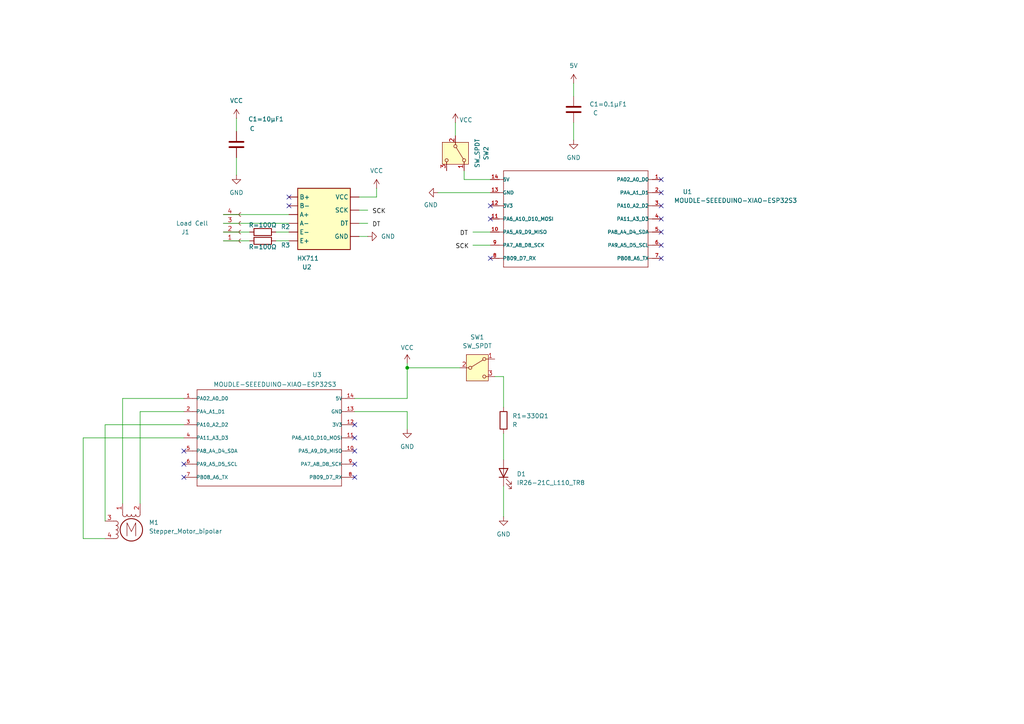
<source format=kicad_sch>
(kicad_sch (version 20231120) (generator "eeschema") (generator_version "8.0")
  (paper "A4")
  (title_block (title "Sensor PCB") (date "2025-01-25") (rev "v1.0") (company "Hannah Xiao"))
  (lib_symbols
    (symbol "Connector:Conn_01x04_Socket" (pin_names (offset 1.016) hide)
      (property "Reference" "J" (at 0 5.08 0))
      (property "Value" "Conn_01x04_Socket" (at 0 -7.62 0))
      (symbol "Conn_01x04_Socket_1_1"
        (arc (start 0 -4.572) (mid -0.5058 -5.08) (end 0 -5.588) (stroke (width 0.1524)))
        (arc (start 0 -2.032) (mid -0.5058 -2.54) (end 0 -3.048) (stroke (width 0.1524)))
        (polyline (pts (xy -1.27 -5.08) (xy -0.508 -5.08)) (stroke (width 0.1524)))
        (polyline (pts (xy -1.27 -2.54) (xy -0.508 -2.54)) (stroke (width 0.1524)))
        (polyline (pts (xy -1.27 0) (xy -0.508 0)) (stroke (width 0.1524)))
        (polyline (pts (xy -1.27 2.54) (xy -0.508 2.54)) (stroke (width 0.1524)))
        (arc (start 0 0.508) (mid -0.5058 0) (end 0 -0.508) (stroke (width 0.1524)))
        (arc (start 0 3.048) (mid -0.5058 2.54) (end 0 2.032) (stroke (width 0.1524)))
        (pin passive line (at -5.08 2.54 0) (length 3.81) (name "Pin_1") (number "1"))
        (pin passive line (at -5.08 0 0) (length 3.81) (name "Pin_2") (number "2"))
        (pin passive line (at -5.08 -2.54 0) (length 3.81) (name "Pin_3") (number "3"))
        (pin passive line (at -5.08 -5.08 0) (length 3.81) (name "Pin_4") (number "4"))
      )
    )
    (symbol "Device:C" (pin_numbers hide) (pin_names (offset 0.254))
      (property "Reference" "C" (at 0.635 2.54 0))
      (property "Value" "C" (at 0.635 -2.54 0))
      (symbol "C_0_1"
        (polyline (pts (xy -2.032 -0.762) (xy 2.032 -0.762)) (stroke (width 0.508)))
        (polyline (pts (xy -2.032 0.762) (xy 2.032 0.762)) (stroke (width 0.508)))
      )
      (symbol "C_1_1"
        (pin passive line (at 0 3.81 270) (length 2.794) (name "~") (number "1"))
        (pin passive line (at 0 -3.81 90) (length 2.794) (name "~") (number "2"))
      )
    )
    (symbol "Device:R" (pin_numbers hide) (pin_names (offset 0))
      (property "Reference" "R" (at 2.032 0 90))
      (property "Value" "R" (at 0 0 90))
      (symbol "R_0_1"
        (rectangle (start -1.016 -2.54) (end 1.016 2.54) (stroke (width 0.254)))
      )
      (symbol "R_1_1"
        (pin passive line (at 0 3.81 270) (length 1.27) (name "~") (number "1"))
        (pin passive line (at 0 -3.81 90) (length 1.27) (name "~") (number "2"))
      )
    )
    (symbol "HX711_1_1"
      (property "Reference" "U2" (at -101.6 -22.86 0))
      (property "Value" "HX711" (at -103.124 -25.4 0))
      (symbol "HX711_1_1_0_1"
        (rectangle (start -102.87 -27.94) (end -87.63 -45.72) (stroke (width 0.254)) (fill (type background)))
      )
      (symbol "HX711_1_1_1_1"
        (pin input line (at -105.41 -38.1 0) (length 2.54) (name "A+") (number ""))
        (pin input line (at -105.41 -35.56 0) (length 2.54) (name "A-") (number ""))
        (pin input line (at -105.41 -43.18 0) (length 2.54) (name "B+") (number ""))
        (pin input line (at -105.41 -40.64 0) (length 2.54) (name "B-") (number ""))
        (pin output line (at -85.09 -35.56 180) (length 2.54) (name "DT") (number ""))
        (pin passive line (at -105.41 -30.48 0) (length 2.54) (name "E+") (number ""))
        (pin passive line (at -105.41 -33.02 0) (length 2.54) (name "E-") (number ""))
        (pin power_in line (at -85.09 -31.75 180) (length 2.54) (name "GND") (number ""))
        (pin input line (at -85.09 -39.37 180) (length 2.54) (name "SCK") (number ""))
        (pin power_in line (at -85.09 -43.18 180) (length 2.54) (name "VCC") (number ""))
      )
    )
    (symbol "LED:IR26-21C_L110_TR8" (pin_numbers hide) (pin_names (offset 1.016) hide)
      (property "Reference" "D" (at 0 2.54 0))
      (property "Value" "IR26-21C_L110_TR8" (at 0 -3.81 0))
      (symbol "IR26-21C_L110_TR8_0_1"
        (polyline (pts (xy -1.27 -1.27) (xy -1.27 1.27)) (stroke (width 0.254)))
        (polyline (pts (xy -1.27 0) (xy 1.27 0)))
        (polyline (pts (xy 1.27 -1.27) (xy 1.27 1.27) (xy -1.27 0) (xy 1.27 -1.27)) (stroke (width 0.254)))
        (polyline (pts (xy -3.048 -0.762) (xy -4.572 -2.286) (xy -3.81 -2.286) (xy -4.572 -2.286) (xy -4.572 -1.524)))
        (polyline (pts (xy -1.778 -0.762) (xy -3.302 -2.286) (xy -2.54 -2.286) (xy -3.302 -2.286) (xy -3.302 -1.524)))
      )
      (symbol "IR26-21C_L110_TR8_1_1"
        (pin passive line (at -3.81 0 0) (length 2.54) (name "K") (number "1"))
        (pin passive line (at 3.81 0 180) (length 2.54) (name "A") (number "2"))
      )
    )
    (symbol "MOUDLE-SEEEDUINO-XIAO-ESP32S3:MOUDLE-SEEEDUINO-XIAO-ESP32S3" (pin_names (offset 1.016))
      (property "Reference" "U" (at -21.59 15.24 0))
      (property "Value" "MOUDLE-SEEEDUINO-XIAO-ESP32S3" (at -21.59 13.97 0))
      (symbol "MOUDLE-SEEEDUINO-XIAO-ESP32S3_0_0"
        (polyline (pts (xy -21.59 -13.97) (xy -21.59 0)) (stroke (width 0.1524)))
        (polyline (pts (xy -21.59 -11.43) (xy -22.86 -11.43)) (stroke (width 0.1524)))
        (polyline (pts (xy -21.59 -7.62) (xy -22.86 -7.62)) (stroke (width 0.1524)))
        (polyline (pts (xy -21.59 -3.81) (xy -22.86 -3.81)) (stroke (width 0.1524)))
        (polyline (pts (xy -21.59 0) (xy -22.86 0)) (stroke (width 0.1524)))
        (polyline (pts (xy -21.59 0) (xy -21.59 3.81)) (stroke (width 0.1524)))
        (polyline (pts (xy -21.59 3.81) (xy -22.86 3.81)) (stroke (width 0.1524)))
        (polyline (pts (xy -21.59 3.81) (xy -21.59 7.62)) (stroke (width 0.1524)))
        (polyline (pts (xy -21.59 7.62) (xy -22.86 7.62)) (stroke (width 0.1524)))
        (polyline (pts (xy -21.59 7.62) (xy -21.59 11.43)) (stroke (width 0.1524)))
        (polyline (pts (xy -21.59 11.43) (xy -22.86 11.43)) (stroke (width 0.1524)))
        (polyline (pts (xy -21.59 11.43) (xy -21.59 13.97)) (stroke (width 0.1524)))
        (polyline (pts (xy -21.59 13.97) (xy 20.32 13.97)) (stroke (width 0.1524)))
        (polyline (pts (xy 20.32 -13.97) (xy -21.59 -13.97)) (stroke (width 0.1524)))
        (polyline (pts (xy 20.32 3.81) (xy 20.32 -13.97)) (stroke (width 0.1524)))
        (polyline (pts (xy 20.32 7.62) (xy 20.32 3.81)) (stroke (width 0.1524)))
        (polyline (pts (xy 20.32 11.43) (xy 20.32 7.62)) (stroke (width 0.1524)))
        (polyline (pts (xy 20.32 13.97) (xy 20.32 11.43)) (stroke (width 0.1524)))
        (polyline (pts (xy 21.59 -11.43) (xy 20.32 -11.43)) (stroke (width 0.1524)))
        (polyline (pts (xy 21.59 -7.62) (xy 20.32 -7.62)) (stroke (width 0.1524)))
        (polyline (pts (xy 21.59 -3.81) (xy 20.32 -3.81)) (stroke (width 0.1524)))
        (polyline (pts (xy 21.59 0) (xy 20.32 0)) (stroke (width 0.1524)))
        (polyline (pts (xy 21.59 3.81) (xy 20.32 3.81)) (stroke (width 0.1524)))
        (polyline (pts (xy 21.59 7.62) (xy 20.32 7.62)) (stroke (width 0.1524)))
        (polyline (pts (xy 21.59 11.43) (xy 20.32 11.43)) (stroke (width 0.1524)))
        (pin bidirectional line (at -25.4 11.43 0) (length 2.54) (name "PA02_A0_D0") (number "1"))
        (pin bidirectional line (at 24.13 -3.81 180) (length 2.54) (name "PA5_A9_D9_MISO") (number "10"))
        (pin bidirectional line (at 24.13 0 180) (length 2.54) (name "PA6_A10_D10_MOSI") (number "11"))
        (pin bidirectional line (at 24.13 3.81 180) (length 2.54) (name "3V3") (number "12"))
        (pin bidirectional line (at 24.13 7.62 180) (length 2.54) (name "GND") (number "13"))
        (pin bidirectional line (at 24.13 11.43 180) (length 2.54) (name "5V") (number "14"))
        (pin bidirectional line (at -25.4 7.62 0) (length 2.54) (name "PA4_A1_D1") (number "2"))
        (pin bidirectional line (at -25.4 3.81 0) (length 2.54) (name "PA10_A2_D2") (number "3"))
        (pin bidirectional line (at -25.4 0 0) (length 2.54) (name "PA11_A3_D3") (number "4"))
        (pin bidirectional line (at -25.4 -3.81 0) (length 2.54) (name "PA8_A4_D4_SDA") (number "5"))
        (pin bidirectional line (at -25.4 -7.62 0) (length 2.54) (name "PA9_A5_D5_SCL") (number "6"))
        (pin bidirectional line (at -25.4 -11.43 0) (length 2.54) (name "PB08_A6_TX") (number "7"))
        (pin bidirectional line (at 24.13 -11.43 180) (length 2.54) (name "PB09_D7_RX") (number "8"))
        (pin bidirectional line (at 24.13 -7.62 180) (length 2.54) (name "PA7_A8_D8_SCK") (number "9"))
      )
    )
    (symbol "Motor:Stepper_Motor_bipolar" (pin_names (offset 0) hide)
      (property "Reference" "M" (at 3.81 2.54 0))
      (property "Value" "Stepper_Motor_bipolar" (at 3.81 1.27 0))
      (symbol "Stepper_Motor_bipolar_0_0"
        (polyline (pts (xy -1.27 -1.778) (xy -1.27 2.032) (xy 0 -0.508) (xy 1.27 2.032) (xy 1.27 -1.778)))
      )
      (symbol "Stepper_Motor_bipolar_0_1"
        (arc (start -4.445 -2.54) (mid -3.8127 -1.905) (end -4.445 -1.27))
        (arc (start -4.445 -1.27) (mid -3.8127 -0.635) (end -4.445 0))
        (arc (start -4.445 0) (mid -3.8127 0.635) (end -4.445 1.27))
        (arc (start -4.445 1.27) (mid -3.8127 1.905) (end -4.445 2.54))
        (arc (start -2.54 4.445) (mid -1.905 3.8127) (end -1.27 4.445))
        (arc (start -1.27 4.445) (mid -0.635 3.8127) (end 0 4.445))
        (polyline (pts (xy -5.08 -2.54) (xy -4.445 -2.54)))
        (polyline (pts (xy -5.08 2.54) (xy -4.445 2.54)))
        (polyline (pts (xy -2.54 5.08) (xy -2.54 4.445)))
        (polyline (pts (xy 2.54 5.08) (xy 2.54 4.445)))
        (circle (center 0 0) (radius 3.2512) (stroke (width 0.254)))
        (arc (start 0 4.445) (mid 0.635 3.8127) (end 1.27 4.445))
        (arc (start 1.27 4.445) (mid 1.905 3.8127) (end 2.54 4.445))
      )
      (symbol "Stepper_Motor_bipolar_1_1"
        (pin passive line (at -2.54 7.62 270) (length 2.54) (name "~") (number "1"))
        (pin passive line (at 2.54 7.62 270) (length 2.54) (name "-") (number "2"))
        (pin passive line (at -7.62 2.54 0) (length 2.54) (name "~") (number "3"))
        (pin passive line (at -7.62 -2.54 0) (length 2.54) (name "~") (number "4"))
      )
    )
    (symbol "Switch:SW_SPDT" (pin_names (offset 0) hide)
      (property "Reference" "SW" (at 0 5.08 0))
      (property "Value" "SW_SPDT" (at 0 -5.08 0))
      (symbol "SW_SPDT_0_1"
        (circle (center -2.032 0) (radius 0.4572))
        (polyline (pts (xy -1.651 0.254) (xy 1.651 2.286)))
        (circle (center 2.032 -2.54) (radius 0.4572))
        (circle (center 2.032 2.54) (radius 0.4572))
      )
      (symbol "SW_SPDT_1_1"
        (rectangle (start -3.175 3.81) (end 3.175 -3.81) (fill (type background)))
        (pin passive line (at 5.08 2.54 180) (length 2.54) (name "A") (number "1"))
        (pin passive line (at -5.08 0 0) (length 2.54) (name "B") (number "2"))
        (pin passive line (at 5.08 -2.54 180) (length 2.54) (name "C") (number "3"))
      )
    )
    (symbol "power:GND" (power) (pin_numbers hide) (pin_names (offset 0) hide)
      (property "Value" "GND" (at 0 -3.81 0))
      (symbol "GND_0_1"
        (polyline (pts (xy 0 0) (xy 0 -1.27) (xy 1.27 -1.27) (xy 0 -2.54) (xy -1.27 -1.27) (xy 0 -1.27)))
      )
      (symbol "GND_1_1"
        (pin power_in line (at 0 0 270) (length 0) (name "~") (number "1"))
      )
    )
    (symbol "power:VCC" (power) (pin_numbers hide) (pin_names (offset 0) hide)
      (property "Value" "VCC" (at 0 3.556 0))
      (symbol "VCC_0_1"
        (polyline (pts (xy -0.762 1.27) (xy 0 2.54)))
        (polyline (pts (xy 0 0) (xy 0 2.54)))
        (polyline (pts (xy 0 2.54) (xy 0.762 1.27)))
      )
      (symbol "VCC_1_1"
        (pin power_in line (at 0 0 90) (length 0) (name "~") (number "1"))
      )
    )
  )
  (junction (at 118.11 106.68))
  (no_connect (at 102.87 138.43))
  (no_connect (at 191.77 67.31))
  (no_connect (at 83.82 57.15))
  (no_connect (at 142.24 59.69))
  (no_connect (at 191.77 63.5))
  (no_connect (at 53.34 134.62))
  (no_connect (at 142.24 74.93))
  (no_connect (at 83.82 59.69))
  (no_connect (at 102.87 130.81))
  (no_connect (at 53.34 138.43))
  (no_connect (at 102.87 123.19))
  (no_connect (at 102.87 127))
  (no_connect (at 53.34 130.81))
  (no_connect (at 191.77 59.69))
  (no_connect (at 191.77 74.93))
  (no_connect (at 191.77 71.12))
  (no_connect (at 142.24 63.5))
  (no_connect (at 191.77 52.07))
  (no_connect (at 102.87 134.62))
  (no_connect (at 191.77 55.88))
  (wire (pts (xy 24.13 156.21) (xy 30.48 156.21)))
  (wire (pts (xy 30.48 123.19) (xy 30.48 151.13)))
  (wire (pts (xy 146.05 140.97) (xy 146.05 149.86)))
  (wire (pts (xy 53.34 115.57) (xy 35.56 115.57)))
  (wire (pts (xy 134.62 52.07) (xy 134.62 49.53)))
  (wire (pts (xy 137.16 67.31) (xy 142.24 67.31)))
  (wire (pts (xy 166.37 40.64) (xy 166.37 35.56)))
  (wire (pts (xy 118.11 106.68) (xy 133.35 106.68)))
  (wire (pts (xy 146.05 125.73) (xy 146.05 133.35)))
  (wire (pts (xy 68.58 38.1) (xy 68.58 34.29)))
  (wire (pts (xy 104.14 64.77) (xy 106.68 64.77)))
  (wire (pts (xy 53.34 123.19) (xy 30.48 123.19)))
  (wire (pts (xy 102.87 115.57) (xy 118.11 115.57)))
  (wire (pts (xy 137.16 71.12) (xy 142.24 71.12)))
  (wire (pts (xy 143.51 109.22) (xy 146.05 109.22)))
  (wire (pts (xy 64.77 69.85) (xy 72.39 69.85)))
  (wire (pts (xy 40.64 119.38) (xy 40.64 146.05)))
  (wire (pts (xy 106.68 68.58) (xy 104.14 68.58)))
  (wire (pts (xy 24.13 127) (xy 24.13 156.21)))
  (wire (pts (xy 53.34 127) (xy 24.13 127)))
  (wire (pts (xy 68.58 50.8) (xy 68.58 45.72)))
  (wire (pts (xy 109.22 54.61) (xy 109.22 57.15)))
  (wire (pts (xy 64.77 67.31) (xy 72.39 67.31)))
  (wire (pts (xy 109.22 57.15) (xy 104.14 57.15)))
  (wire (pts (xy 118.11 106.68) (xy 118.11 105.41)))
  (wire (pts (xy 102.87 119.38) (xy 118.11 119.38)))
  (wire (pts (xy 118.11 119.38) (xy 118.11 124.46)))
  (wire (pts (xy 35.56 115.57) (xy 35.56 146.05)))
  (wire (pts (xy 64.77 62.23) (xy 83.82 62.23)))
  (wire (pts (xy 166.37 27.94) (xy 166.37 24.13)))
  (wire (pts (xy 64.77 64.77) (xy 83.82 64.77)))
  (wire (pts (xy 127 55.88) (xy 142.24 55.88)))
  (wire (pts (xy 104.14 60.96) (xy 106.68 60.96)))
  (wire (pts (xy 146.05 109.22) (xy 146.05 118.11)))
  (wire (pts (xy 53.34 119.38) (xy 40.64 119.38)))
  (wire (pts (xy 132.08 35.56) (xy 132.08 39.37)))
  (wire (pts (xy 80.01 67.31) (xy 83.82 67.31)))
  (wire (pts (xy 118.11 115.57) (xy 118.11 106.68)))
  (wire (pts (xy 80.01 69.85) (xy 83.82 69.85)))
  (wire (pts (xy 142.24 52.07) (xy 134.62 52.07)))
  (label "DT" (at 133.35 68.58 0))
  (label "SCK" (at 132.08 72.39 0))
  (label "DT" (at 107.95 66.04 0))
  (label "SCK" (at 107.95 62.23 0))
  (symbol (lib_id "power:VCC") (at 132.08 35.56 0) (unit 1)
    (property "Reference" "#PWR03" (effects (hide yes)))
    (property "Value" "VCC" (at 135.128 34.798 0))
    (property "Description" "Power symbol creates a global label with name \"VCC\"" (effects (hide yes)))
  )
  (symbol (lib_id "Switch:SW_SPDT") (at 138.43 106.68 0) (unit 1)
    (property "Reference" "SW1" (at 138.43 97.79 0))
    (property "Value" "SW_SPDT" (at 138.43 100.33 0))
    (property "Description" "Switch, single pole double throw" (effects (hide yes)))
  )
  (symbol (lib_id "power:VCC") (at 118.11 105.41 0) (unit 1)
    (property "Reference" "#PWR07" (effects (hide yes)))
    (property "Value" "VCC" (at 118.11 100.838 0))
    (property "Description" "Power symbol creates a global label with name \"VCC\"" (effects (hide yes)))
  )
  (symbol (lib_id "Motor:Stepper_Motor_bipolar") (at 38.1 153.67 0) (unit 1)
    (property "Reference" "M1" (at 43.18 151.549 0) (effects (justify left)))
    (property "Value" "Stepper_Motor_bipolar" (at 43.18 154.089 0) (effects (justify left)))
    (property "Datasheet" "http://www.infineon.com/dgdl/Application-Note-TLE8110EE_driving_UniPolarStepperMotor_V1.1.pdf?fileId=db3a30431be39b97011be5d0aa0a00b0" (effects (hide yes)))
    (property "Description" "4-wire bipolar stepper motor" (effects (hide yes)))
  )
  (symbol (lib_id "power:VCC") (at 109.22 54.61 0) (mirror y) (unit 1)
    (property "Reference" "#PWR01" (effects (hide yes)))
    (property "Value" "VCC" (at 109.22 49.53 0))
    (property "Description" "Power symbol creates a global label with name \"VCC\"" (effects (hide yes)))
  )
  (symbol (lib_id "Connector:Conn_01x04_Socket") (at 69.85 67.31 0) (mirror x) (unit 1)
    (property "Reference" "J1" (at 52.578 67.31 0) (effects (justify left)))
    (property "Value" "Load Cell" (at 51.054 64.77 0) (effects (justify left)))
    (property "Description" "Generic connector, single row, 01x04, script generated" (effects (hide yes)))
  )
  (symbol (lib_id "power:GND") (at 118.11 124.46 0) (unit 1)
    (property "Reference" "#PWR08" (effects (hide yes)))
    (property "Value" "GND" (at 118.11 129.54 0))
    (property "Description" "Power symbol creates a global label with name \"GND\" , ground" (effects (hide yes)))
  )
  (symbol (lib_id "Device:R") (at 76.2 67.31 90) (unit 1)
    (property "Reference" "R2" (at 82.804 65.786 90))
    (property "Value" "R=100Ω" (at 76.2 71.628 90))
    (property "Footprint" "Resistor_SMD:R_0805_2012Metric_Pad1.20x1.40mm_HandSolder" (effects (hide yes)))
    (property "Description" "Resistor" (effects (hide yes)))
  )
  (symbol (lib_id "power:GND") (at 166.37 40.64 0) (unit 1)
    (property "Reference" "#PWR09" (effects (hide yes)))
    (property "Value" "GND" (at 166.37 45.72 0))
    (property "Description" "Power symbol creates a global label with name \"GND\" , ground" (effects (hide yes)))
  )
  (symbol (lib_id "Switch:SW_SPDT") (at 132.08 44.45 270) (unit 1)
    (property "Reference" "SW2" (at 140.97 44.45 0))
    (property "Value" "SW_SPDT" (at 138.43 44.45 0))
    (property "Description" "Switch, single pole double throw" (effects (hide yes)))
  )
  (symbol (lib_name "HX711_1_1") (lib_id "hx711_revise:HX711_1") (at 189.23 100.33 0) (mirror x) (unit 1)
    (property "Reference" "U2" (at 87.63 77.47 0) (effects (justify left)))
    (property "Value" "HX711" (at 86.106 74.93 0) (effects (justify left)))
    (property "Footprint" "Package_SO:SOP-16_3.9x9.9mm_P1.27mm" (effects (hide yes)))
    (property "Datasheet" "https://web.archive.org/web/20220615044707/https://akizukidenshi.com/download/ds/avia/hx711.pdf" (effects (hide yes)))
    (property "Description" "24-Bit Analog-to-Digital Converter (ADC) for Weight Scales" (effects (hide yes)))
  )
  (symbol (lib_id "power:GND") (at 68.58 50.8 0) (unit 1)
    (property "Reference" "#PWR06" (effects (hide yes)))
    (property "Value" "GND" (at 68.58 55.88 0))
    (property "Description" "Power symbol creates a global label with name \"GND\" , ground" (effects (hide yes)))
  )
  (symbol (lib_id "power:GND") (at 146.05 149.86 0) (unit 1)
    (property "Reference" "#PWR011" (effects (hide yes)))
    (property "Value" "GND" (at 146.05 154.94 0))
    (property "Description" "Power symbol creates a global label with name \"GND\" , ground" (effects (hide yes)))
  )
  (symbol (lib_id "MOUDLE-SEEEDUINO-XIAO-ESP32S3:MOUDLE-SEEEDUINO-XIAO-ESP32S3") (at 166.37 63.5 0) (mirror y) (unit 1)
    (property "Reference" "U1" (at 199.39 55.626 0))
    (property "Value" "MOUDLE-SEEEDUINO-XIAO-ESP32S3" (at 213.36 58.166 0))
    (property "Footprint" "MOUDLE14P-SMD-2.54-21X17.8MM" (effects (hide yes)))
  )
  (symbol (lib_id "Device:R") (at 146.05 121.92 0) (unit 1)
    (property "Reference" "R1=330Ω1" (at 148.59 120.6499 0) (effects (justify left)))
    (property "Value" "R" (at 148.59 123.1899 0) (effects (justify left)))
    (property "Footprint" "Resistor_SMD:R_0805_2012Metric_Pad1.20x1.40mm_HandSolder" (effects (hide yes)))
    (property "Description" "Resistor" (effects (hide yes)))
  )
  (symbol (lib_id "Device:C") (at 68.58 41.91 180) (unit 1)
    (property "Reference" "C1=10µF1" (at 82.296 34.544 0) (effects (justify left)))
    (property "Value" "C" (at 73.914 37.338 0) (effects (justify left)))
    (property "Footprint" "Capacitor_SMD:C_0805_2012Metric_Pad1.18x1.45mm_HandSolder" (effects (hide yes)))
    (property "Description" "Unpolarized capacitor" (effects (hide yes)))
  )
  (symbol (lib_id "power:GND") (at 106.68 68.58 90) (unit 1)
    (property "Reference" "#PWR02" (effects (hide yes)))
    (property "Value" "GND" (at 110.49 68.5799 90) (effects (justify right)))
    (property "Description" "Power symbol creates a global label with name \"GND\" , ground" (effects (hide yes)))
  )
  (symbol (lib_id "LED:IR26-21C_L110_TR8") (at 146.05 137.16 90) (unit 1)
    (property "Reference" "D1" (at 149.86 137.4774 90) (effects (justify right)))
    (property "Value" "IR26-21C_L110_TR8" (at 149.86 140.0174 90) (effects (justify right)))
    (property "Footprint" "LED_SMD:LED_1206_3216Metric" (effects (hide yes)))
    (property "Datasheet" "http://www.everlight.com/file/ProductFile/IR26-21C-L110-TR8.pdf" (effects (hide yes)))
    (property "Description" "940nm, 20 deg, Infrared LED, 1206" (effects (hide yes)))
  )
  (symbol (lib_id "power:VCC") (at 166.37 24.13 0) (mirror y) (unit 1)
    (property "Reference" "#PWR010" (effects (hide yes)))
    (property "Value" "5V" (at 166.37 19.05 0))
    (property "Description" "Power symbol creates a global label with name \"VCC\"" (effects (hide yes)))
  )
  (symbol (lib_id "Device:R") (at 76.2 69.85 90) (unit 1)
    (property "Reference" "R3" (at 82.804 71.12 90))
    (property "Value" "R=100Ω" (at 76.2 65.278 90))
    (property "Footprint" "Resistor_SMD:R_0815_2038Metric_Pad1.20x4.05mm_HandSolder" (effects (hide yes)))
    (property "Description" "Resistor" (effects (hide yes)))
  )
  (symbol (lib_id "Device:C") (at 166.37 31.75 180) (unit 1)
    (property "Reference" "C1=0.1µF1" (at 181.864 30.226 0) (effects (justify left)))
    (property "Value" "C" (at 173.482 32.766 0) (effects (justify left)))
    (property "Footprint" "Capacitor_SMD:C_0805_2012Metric_Pad1.18x1.45mm_HandSolder" (effects (hide yes)))
    (property "Description" "Unpolarized capacitor" (effects (hide yes)))
  )
  (symbol (lib_id "power:VCC") (at 68.58 34.29 0) (mirror y) (unit 1)
    (property "Reference" "#PWR05" (effects (hide yes)))
    (property "Value" "VCC" (at 68.58 29.21 0))
    (property "Description" "Power symbol creates a global label with name \"VCC\"" (effects (hide yes)))
  )
  (symbol (lib_id "power:GND") (at 127 55.88 270) (unit 1)
    (property "Reference" "#PWR04" (effects (hide yes)))
    (property "Value" "GND" (at 127 59.436 90) (effects (justify right)))
    (property "Description" "Power symbol creates a global label with name \"GND\" , ground" (effects (hide yes)))
  )
  (symbol (lib_id "MOUDLE-SEEEDUINO-XIAO-ESP32S3:MOUDLE-SEEEDUINO-XIAO-ESP32S3") (at 78.74 127 0) (unit 1)
    (property "Reference" "U3" (at 91.948 108.712 0))
    (property "Value" "MOUDLE-SEEEDUINO-XIAO-ESP32S3" (at 79.756 111.506 0))
    (property "Footprint" "MOUDLE14P-SMD-2.54-21X17.8MM" (effects (hide yes)))
  )
)
</source>
